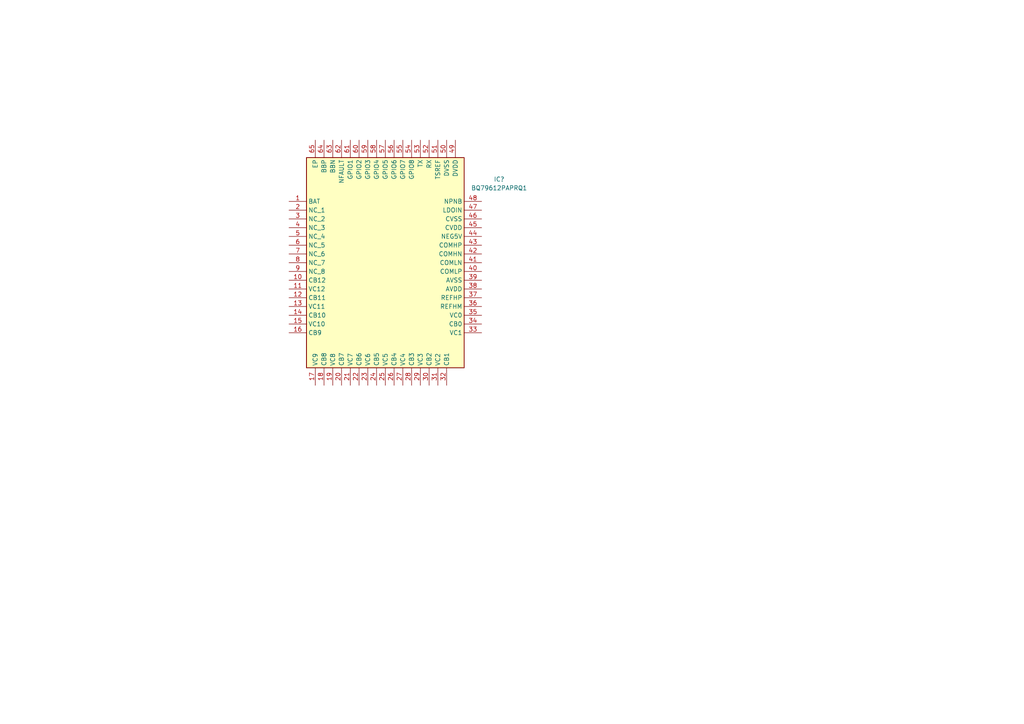
<source format=kicad_sch>
(kicad_sch (version 20250114) (generator "eeschema") (generator_version "9.0")
  (paper "A4")
  (lib_symbols
    (symbol "SamacSys_Parts:BQ79612PAPRQ1"
      (property "Reference" "IC" (at 52.07 17.78 0))
      (property "Value" "BQ79612PAPRQ1" (at 52.07 15.24 0))
      (symbol "BQ79612PAPRQ1_1_1"
        (rectangle (start 5.08 12.7) (end 50.8 -48.26) (stroke (width 0.254)) (fill (type background)))
        (pin passive line (at 0 0 0) (length 5.08) (name "BAT") (number "1"))
        (pin passive line (at 0 -2.54 0) (length 5.08) (name "NC_1") (number "2"))
        (pin passive line (at 0 -5.08 0) (length 5.08) (name "NC_2") (number "3"))
        (pin passive line (at 0 -7.62 0) (length 5.08) (name "NC_3") (number "4"))
        (pin passive line (at 0 -10.16 0) (length 5.08) (name "NC_4") (number "5"))
        (pin passive line (at 0 -12.7 0) (length 5.08) (name "NC_5") (number "6"))
        (pin passive line (at 0 -15.24 0) (length 5.08) (name "NC_6") (number "7"))
        (pin passive line (at 0 -17.78 0) (length 5.08) (name "NC_7") (number "8"))
        (pin passive line (at 0 -20.32 0) (length 5.08) (name "NC_8") (number "9"))
        (pin passive line (at 0 -22.86 0) (length 5.08) (name "CB12") (number "10"))
        (pin passive line (at 0 -25.4 0) (length 5.08) (name "VC12") (number "11"))
        (pin passive line (at 0 -27.94 0) (length 5.08) (name "CB11") (number "12"))
        (pin passive line (at 0 -30.48 0) (length 5.08) (name "VC11") (number "13"))
        (pin passive line (at 0 -33.02 0) (length 5.08) (name "CB10") (number "14"))
        (pin passive line (at 0 -35.56 0) (length 5.08) (name "VC10") (number "15"))
        (pin passive line (at 0 -38.1 0) (length 5.08) (name "CB9") (number "16"))
        (pin passive line (at 7.62 17.78 270) (length 5.08) (name "EP") (number "65"))
        (pin passive line (at 7.62 -53.34 90) (length 5.08) (name "VC9") (number "17"))
        (pin passive line (at 10.16 17.78 270) (length 5.08) (name "BBP") (number "64"))
        (pin passive line (at 10.16 -53.34 90) (length 5.08) (name "CB8") (number "18"))
        (pin passive line (at 12.7 17.78 270) (length 5.08) (name "BBN") (number "63"))
        (pin passive line (at 12.7 -53.34 90) (length 5.08) (name "VC8") (number "19"))
        (pin passive line (at 15.24 17.78 270) (length 5.08) (name "NFAULT") (number "62"))
        (pin passive line (at 15.24 -53.34 90) (length 5.08) (name "CB7") (number "20"))
        (pin passive line (at 17.78 17.78 270) (length 5.08) (name "GPIO1") (number "61"))
        (pin passive line (at 17.78 -53.34 90) (length 5.08) (name "VC7") (number "21"))
        (pin passive line (at 20.32 17.78 270) (length 5.08) (name "GPIO2") (number "60"))
        (pin passive line (at 20.32 -53.34 90) (length 5.08) (name "CB6") (number "22"))
        (pin passive line (at 22.86 17.78 270) (length 5.08) (name "GPIO3") (number "59"))
        (pin passive line (at 22.86 -53.34 90) (length 5.08) (name "VC6") (number "23"))
        (pin passive line (at 25.4 17.78 270) (length 5.08) (name "GPIO4") (number "58"))
        (pin passive line (at 25.4 -53.34 90) (length 5.08) (name "CB5") (number "24"))
        (pin passive line (at 27.94 17.78 270) (length 5.08) (name "GPIO5") (number "57"))
        (pin passive line (at 27.94 -53.34 90) (length 5.08) (name "VC5") (number "25"))
        (pin passive line (at 30.48 17.78 270) (length 5.08) (name "GPIO6") (number "56"))
        (pin passive line (at 30.48 -53.34 90) (length 5.08) (name "CB4") (number "26"))
        (pin passive line (at 33.02 17.78 270) (length 5.08) (name "GPIO7") (number "55"))
        (pin passive line (at 33.02 -53.34 90) (length 5.08) (name "VC4") (number "27"))
        (pin passive line (at 35.56 17.78 270) (length 5.08) (name "GPIO8") (number "54"))
        (pin passive line (at 35.56 -53.34 90) (length 5.08) (name "CB3") (number "28"))
        (pin passive line (at 38.1 17.78 270) (length 5.08) (name "TX") (number "53"))
        (pin passive line (at 38.1 -53.34 90) (length 5.08) (name "VC3") (number "29"))
        (pin passive line (at 40.64 17.78 270) (length 5.08) (name "RX") (number "52"))
        (pin passive line (at 40.64 -53.34 90) (length 5.08) (name "CB2") (number "30"))
        (pin passive line (at 43.18 17.78 270) (length 5.08) (name "TSREF") (number "51"))
        (pin passive line (at 43.18 -53.34 90) (length 5.08) (name "VC2") (number "31"))
        (pin passive line (at 45.72 17.78 270) (length 5.08) (name "DVSS") (number "50"))
        (pin passive line (at 45.72 -53.34 90) (length 5.08) (name "CB1") (number "32"))
        (pin passive line (at 48.26 17.78 270) (length 5.08) (name "DVDD") (number "49"))
        (pin passive line (at 55.88 0 180) (length 5.08) (name "NPNB") (number "48"))
        (pin passive line (at 55.88 -2.54 180) (length 5.08) (name "LDOIN") (number "47"))
        (pin passive line (at 55.88 -5.08 180) (length 5.08) (name "CVSS") (number "46"))
        (pin passive line (at 55.88 -7.62 180) (length 5.08) (name "CVDD") (number "45"))
        (pin passive line (at 55.88 -10.16 180) (length 5.08) (name "NEG5V") (number "44"))
        (pin passive line (at 55.88 -12.7 180) (length 5.08) (name "COMHP") (number "43"))
        (pin passive line (at 55.88 -15.24 180) (length 5.08) (name "COMHN") (number "42"))
        (pin passive line (at 55.88 -17.78 180) (length 5.08) (name "COMLN") (number "41"))
        (pin passive line (at 55.88 -20.32 180) (length 5.08) (name "COMLP") (number "40"))
        (pin passive line (at 55.88 -22.86 180) (length 5.08) (name "AVSS") (number "39"))
        (pin passive line (at 55.88 -25.4 180) (length 5.08) (name "AVDD") (number "38"))
        (pin passive line (at 55.88 -27.94 180) (length 5.08) (name "REFHP") (number "37"))
        (pin passive line (at 55.88 -30.48 180) (length 5.08) (name "REFHM") (number "36"))
        (pin passive line (at 55.88 -33.02 180) (length 5.08) (name "VC0") (number "35"))
        (pin passive line (at 55.88 -35.56 180) (length 5.08) (name "CB0") (number "34"))
        (pin passive line (at 55.88 -38.1 180) (length 5.08) (name "VC1") (number "33"))
      )
    )
  )
  (symbol (lib_id "SamacSys_Parts:BQ79612PAPRQ1") (at 83.82 58.42 0) (unit 1)
    (property "Reference" "IC?" (at 144.78 51.9998 0))
    (property "Value" "BQ79612PAPRQ1" (at 144.78 54.5398 0))
    (property "Footprint" "QFP50P1200X1200X120-65N" (effects (hide yes)))
    (property "Datasheet" "https://www.ti.com/lit/ds/symlink/bq79616-q1.pdf?ts=1695055044158&ref_url=https%253A%252F%252Fwww.ti.com%252Fproduct%252FBQ79616-Q1" (effects (hide yes)))
    (property "Description" "-40C ~ 125C Battery Battery Monitor IC Lithium Ion 64-HTQFP (10x10)" (effects (hide yes)))
    (property "Height" "1.2" (effects (hide yes)))
    (property "Mouser Part Number" "595-BQ79612PAPRQ1" (effects (hide yes)))
    (property "Mouser Price/Stock" "https://www.mouser.co.uk/ProductDetail/Texas-Instruments/BQ79612PAPRQ1?qs=QNEnbhJQKvaEvayK84ubXA%3D%3D" (effects (hide yes)))
    (property "Manufacturer_Name" "Texas Instruments" (effects (hide yes)))
    (property "Manufacturer_Part_Number" "BQ79612PAPRQ1" (effects (hide yes)))
  )
)
</source>
